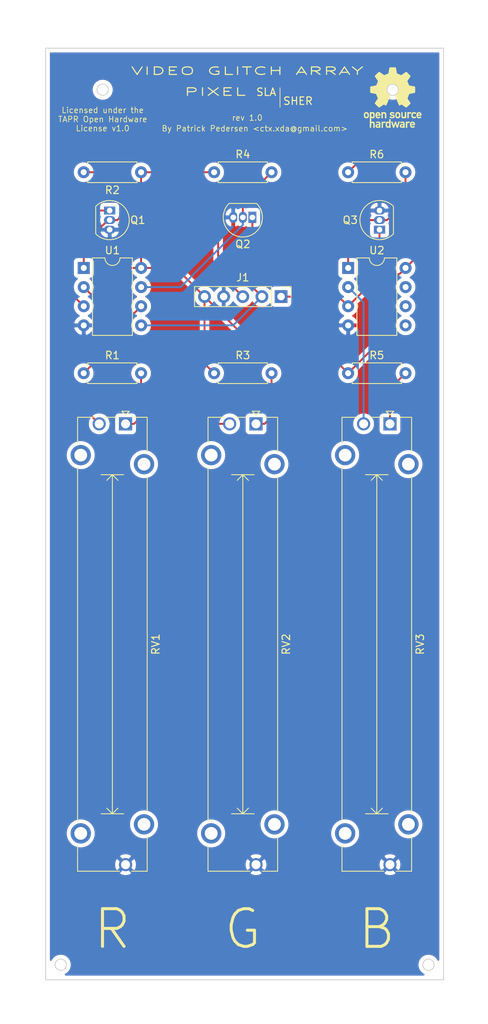
<source format=kicad_pcb>
(kicad_pcb (version 20171130) (host pcbnew "(5.1.4)-1")
  (title_block (date 2019-08-30) (rev 1.0) (comment 2 https://www.tapr.org/ohl.html) (comment 3 "License: TAPR Open Hardware License v1.0") (comment 4 "Author: Patrick Pedersen <ctx.xda@gmail.com>"))
  (layers (0 F.Cu signal) (31 B.Cu signal) (34 B.Paste user) (35 F.Paste user) (36 B.SilkS user) (37 F.SilkS user) (38 B.Mask user) (39 F.Mask user) (44 Edge.Cuts user))
  (net 0 "")
  (net 1 /VGA_R_IN)
  (net 2 /VGA_G_IN)
  (net 3 /VGA_B_IN)
  (net 4 GND)
  (net 5 /VGA_5V_VCC_IN)
  (net 6 "Net-(Q1-Pad2)")
  (net 7 "Net-(Q2-Pad2)")
  (net 8 "Net-(Q3-Pad2)")
  (net 9 "Net-(R1-Pad2)")
  (net 10 "Net-(R3-Pad2)")
  (net 11 "Net-(R5-Pad2)")
  (net 12 "Net-(RV1-Pad2)")
  (net 13 "Net-(RV2-Pad2)")
  (net 14 "Net-(RV3-Pad2)")
  (module Symbol:OSHW-Logo_7.5x8mm_SilkScreen (layer F.Cu) (at 149.900296 39.616409)
    (fp_text reference REF** hide)
    (fp_text value OSHW-Logo_7.5x8mm_SilkScreen hide)
  )
  (module Connector_PinHeader_2.54mm:PinHeader_1x05_P2.54mm_Vertical (layer F.Cu) (at 135.095 66.03 270)
    (fp_text reference J1 (at -2.53 5.075 180) (layer F.SilkS))
    (fp_text value "VGA Input")
    (pad 1 thru_hole rect (at 0 0 270) (size 1.7 1.7) (drill 1) (layers *.Cu *.Mask) (net 1 /VGA_R_IN))
    (pad 2 thru_hole oval (at 0 2.54 270) (size 1.7 1.7) (drill 1) (layers *.Cu *.Mask) (net 2 /VGA_G_IN))
    (pad 3 thru_hole oval (at 0 5.08 270) (size 1.7 1.7) (drill 1) (layers *.Cu *.Mask) (net 3 /VGA_B_IN))
    (pad 4 thru_hole oval (at 0 7.62 270) (size 1.7 1.7) (drill 1) (layers *.Cu *.Mask) (net 4 GND))
    (pad 5 thru_hole oval (at 0 10.16 270) (size 1.7 1.7) (drill 1) (layers *.Cu *.Mask) (net 5 /VGA_5V_VCC_IN))
  )
  (module Package_TO_SOT_THT:TO-92_Inline (layer F.Cu) (at 112.345001 54.61 270)
    (fp_text reference Q1 (at 1.27 -3.732999 180) (layer F.SilkS))
    (fp_text value BC337)
    (pad 2 thru_hole oval (at 1.27 0 270) (size 1.05 1.5) (drill 0.75) (layers *.Cu *.Mask) (net 6 "Net-(Q1-Pad2)"))
    (pad 3 thru_hole oval (at 2.54 0 270) (size 1.05 1.5) (drill 0.75) (layers *.Cu *.Mask) (net 4 GND))
    (pad 1 thru_hole rect (at 0 0 270) (size 1.05 1.5) (drill 0.75) (layers *.Cu *.Mask) (net 3 /VGA_B_IN))
  )
  (module Package_TO_SOT_THT:TO-92_Inline (layer F.Cu) (at 131.29 55.52 180)
    (fp_text reference Q2 (at 1.27 -3.56) (layer F.SilkS))
    (fp_text value BC337)
    (pad 1 thru_hole rect (at 0 0 180) (size 1.05 1.5) (drill 0.75) (layers *.Cu *.Mask) (net 2 /VGA_G_IN))
    (pad 3 thru_hole oval (at 2.54 0 180) (size 1.05 1.5) (drill 0.75) (layers *.Cu *.Mask) (net 4 GND))
    (pad 2 thru_hole oval (at 1.27 0 180) (size 1.05 1.5) (drill 0.75) (layers *.Cu *.Mask) (net 7 "Net-(Q2-Pad2)"))
  )
  (module Package_TO_SOT_THT:TO-92_Inline (layer F.Cu) (at 148.16 57.15 90)
    (fp_text reference Q3 (at 1.27 -3.888 180) (layer F.SilkS))
    (fp_text value BC337)
    (pad 2 thru_hole oval (at 1.27 0 90) (size 1.05 1.5) (drill 0.75) (layers *.Cu *.Mask) (net 8 "Net-(Q3-Pad2)"))
    (pad 3 thru_hole oval (at 2.54 0 90) (size 1.05 1.5) (drill 0.75) (layers *.Cu *.Mask) (net 4 GND))
    (pad 1 thru_hole rect (at 0 0 90) (size 1.05 1.5) (drill 0.75) (layers *.Cu *.Mask) (net 1 /VGA_R_IN))
  )
  (module Resistor_THT:R_Axial_DIN0207_L6.3mm_D2.5mm_P7.62mm_Horizontal (layer F.Cu) (at 108.895001 76.2)
    (fp_text reference R1 (at 3.81 -2.37) (layer F.SilkS))
    (fp_text value 40k)
    (pad 2 thru_hole oval (at 7.62 0) (size 1.6 1.6) (drill 0.8) (layers *.Cu *.Mask) (net 9 "Net-(R1-Pad2)"))
    (pad 1 thru_hole circle (at 0 0) (size 1.6 1.6) (drill 0.8) (layers *.Cu *.Mask) (net 5 /VGA_5V_VCC_IN))
  )
  (module Resistor_THT:R_Axial_DIN0207_L6.3mm_D2.5mm_P7.62mm_Horizontal (layer F.Cu) (at 116.515001 49.53 180)
    (fp_text reference R2 (at 3.81 -2.37) (layer F.SilkS))
    (fp_text value 3.3k)
    (pad 1 thru_hole circle (at 0 0 180) (size 1.6 1.6) (drill 0.8) (layers *.Cu *.Mask) (net 5 /VGA_5V_VCC_IN))
    (pad 2 thru_hole oval (at 7.62 0 180) (size 1.6 1.6) (drill 0.8) (layers *.Cu *.Mask) (net 6 "Net-(Q1-Pad2)"))
  )
  (module Resistor_THT:R_Axial_DIN0207_L6.3mm_D2.5mm_P7.62mm_Horizontal (layer F.Cu) (at 126.21 76.2)
    (fp_text reference R3 (at 3.81 -2.37) (layer F.SilkS))
    (fp_text value 40k)
    (pad 1 thru_hole circle (at 0 0) (size 1.6 1.6) (drill 0.8) (layers *.Cu *.Mask) (net 5 /VGA_5V_VCC_IN))
    (pad 2 thru_hole oval (at 7.62 0) (size 1.6 1.6) (drill 0.8) (layers *.Cu *.Mask) (net 10 "Net-(R3-Pad2)"))
  )
  (module Resistor_THT:R_Axial_DIN0207_L6.3mm_D2.5mm_P7.62mm_Horizontal (layer F.Cu) (at 126.21 49.53)
    (fp_text reference R4 (at 3.81 -2.37) (layer F.SilkS))
    (fp_text value 3.3k)
    (pad 2 thru_hole oval (at 7.62 0) (size 1.6 1.6) (drill 0.8) (layers *.Cu *.Mask) (net 7 "Net-(Q2-Pad2)"))
    (pad 1 thru_hole circle (at 0 0) (size 1.6 1.6) (drill 0.8) (layers *.Cu *.Mask) (net 5 /VGA_5V_VCC_IN))
  )
  (module Resistor_THT:R_Axial_DIN0207_L6.3mm_D2.5mm_P7.62mm_Horizontal (layer F.Cu) (at 143.99 76.2)
    (fp_text reference R5 (at 3.81 -2.37) (layer F.SilkS))
    (fp_text value 40k)
    (pad 1 thru_hole circle (at 0 0) (size 1.6 1.6) (drill 0.8) (layers *.Cu *.Mask) (net 5 /VGA_5V_VCC_IN))
    (pad 2 thru_hole oval (at 7.62 0) (size 1.6 1.6) (drill 0.8) (layers *.Cu *.Mask) (net 11 "Net-(R5-Pad2)"))
  )
  (module Resistor_THT:R_Axial_DIN0207_L6.3mm_D2.5mm_P7.62mm_Horizontal (layer F.Cu) (at 143.99 49.53)
    (fp_text reference R6 (at 3.81 -2.37) (layer F.SilkS))
    (fp_text value 3.3k)
    (pad 1 thru_hole circle (at 0 0) (size 1.6 1.6) (drill 0.8) (layers *.Cu *.Mask) (net 5 /VGA_5V_VCC_IN))
    (pad 2 thru_hole oval (at 7.62 0) (size 1.6 1.6) (drill 0.8) (layers *.Cu *.Mask) (net 8 "Net-(Q3-Pad2)"))
  )
  (module Potentiometer_THT:Potentiometer_Bourns_PTA4543_Single_Slide (layer F.Cu) (at 114.455001 82.92 270)
    (fp_text reference RV1 (at 29.25 -4 90) (layer F.SilkS))
    (fp_text value "F4505N 10k")
    (pad MP thru_hole circle (at 54.35 5.95 270) (size 2.7 2.7) (drill 1.7) (layers *.Cu *.Mask))
    (pad MP thru_hole circle (at 4.15 5.95 270) (size 2.7 2.7) (drill 1.7) (layers *.Cu *.Mask))
    (pad MP thru_hole circle (at 53.15 -2.45 270) (size 2.7 2.7) (drill 1.7) (layers *.Cu *.Mask))
    (pad MP thru_hole circle (at 5.35 -2.45 270) (size 2.7 2.7) (drill 1.7) (layers *.Cu *.Mask))
    (pad 3 thru_hole circle (at 58.5 0 270) (size 1.75 1.75) (drill 1.2) (layers *.Cu *.Mask) (net 4 GND))
    (pad 2 thru_hole circle (at 0 3.5 270) (size 1.75 1.75) (drill 1.2) (layers *.Cu *.Mask) (net 12 "Net-(RV1-Pad2)"))
    (pad 1 thru_hole rect (at 0 0 270) (size 1.75 1.75) (drill 1.2) (layers *.Cu *.Mask) (net 9 "Net-(R1-Pad2)"))
  )
  (module Potentiometer_THT:Potentiometer_Bourns_PTA4543_Single_Slide (layer F.Cu) (at 131.77 82.92 270)
    (fp_text reference RV2 (at 29.25 -4 90) (layer F.SilkS))
    (fp_text value "F4505N 10k")
    (pad MP thru_hole circle (at 54.35 5.95 270) (size 2.7 2.7) (drill 1.7) (layers *.Cu *.Mask))
    (pad MP thru_hole circle (at 4.15 5.95 270) (size 2.7 2.7) (drill 1.7) (layers *.Cu *.Mask))
    (pad MP thru_hole circle (at 53.15 -2.45 270) (size 2.7 2.7) (drill 1.7) (layers *.Cu *.Mask))
    (pad MP thru_hole circle (at 5.35 -2.45 270) (size 2.7 2.7) (drill 1.7) (layers *.Cu *.Mask))
    (pad 3 thru_hole circle (at 58.5 0 270) (size 1.75 1.75) (drill 1.2) (layers *.Cu *.Mask) (net 4 GND))
    (pad 2 thru_hole circle (at 0 3.5 270) (size 1.75 1.75) (drill 1.2) (layers *.Cu *.Mask) (net 13 "Net-(RV2-Pad2)"))
    (pad 1 thru_hole rect (at 0 0 270) (size 1.75 1.75) (drill 1.2) (layers *.Cu *.Mask) (net 10 "Net-(R3-Pad2)"))
  )
  (module Potentiometer_THT:Potentiometer_Bourns_PTA4543_Single_Slide (layer F.Cu) (at 149.55 82.92 270)
    (fp_text reference RV3 (at 29.25 -4 90) (layer F.SilkS))
    (fp_text value "F4505N 10k")
    (pad 1 thru_hole rect (at 0 0 270) (size 1.75 1.75) (drill 1.2) (layers *.Cu *.Mask) (net 11 "Net-(R5-Pad2)"))
    (pad 2 thru_hole circle (at 0 3.5 270) (size 1.75 1.75) (drill 1.2) (layers *.Cu *.Mask) (net 14 "Net-(RV3-Pad2)"))
    (pad 3 thru_hole circle (at 58.5 0 270) (size 1.75 1.75) (drill 1.2) (layers *.Cu *.Mask) (net 4 GND))
    (pad MP thru_hole circle (at 5.35 -2.45 270) (size 2.7 2.7) (drill 1.7) (layers *.Cu *.Mask))
    (pad MP thru_hole circle (at 53.15 -2.45 270) (size 2.7 2.7) (drill 1.7) (layers *.Cu *.Mask))
    (pad MP thru_hole circle (at 4.15 5.95 270) (size 2.7 2.7) (drill 1.7) (layers *.Cu *.Mask))
    (pad MP thru_hole circle (at 54.35 5.95 270) (size 2.7 2.7) (drill 1.7) (layers *.Cu *.Mask))
  )
  (module Package_DIP:DIP-8_W7.62mm (layer F.Cu) (at 108.905001 62.23)
    (fp_text reference U1 (at 3.81 -2.33) (layer F.SilkS))
    (fp_text value LM393)
    (pad 8 thru_hole oval (at 7.62 0) (size 1.6 1.6) (drill 0.8) (layers *.Cu *.Mask) (net 5 /VGA_5V_VCC_IN))
    (pad 4 thru_hole oval (at 0 7.62) (size 1.6 1.6) (drill 0.8) (layers *.Cu *.Mask) (net 4 GND))
    (pad 7 thru_hole oval (at 7.62 2.54) (size 1.6 1.6) (drill 0.8) (layers *.Cu *.Mask) (net 7 "Net-(Q2-Pad2)"))
    (pad 3 thru_hole oval (at 0 5.08) (size 1.6 1.6) (drill 0.8) (layers *.Cu *.Mask) (net 3 /VGA_B_IN))
    (pad 6 thru_hole oval (at 7.62 5.08) (size 1.6 1.6) (drill 0.8) (layers *.Cu *.Mask) (net 13 "Net-(RV2-Pad2)"))
    (pad 2 thru_hole oval (at 0 2.54) (size 1.6 1.6) (drill 0.8) (layers *.Cu *.Mask) (net 12 "Net-(RV1-Pad2)"))
    (pad 5 thru_hole oval (at 7.62 7.62) (size 1.6 1.6) (drill 0.8) (layers *.Cu *.Mask) (net 2 /VGA_G_IN))
    (pad 1 thru_hole rect (at 0 0) (size 1.6 1.6) (drill 0.8) (layers *.Cu *.Mask) (net 6 "Net-(Q1-Pad2)"))
  )
  (module Package_DIP:DIP-8_W7.62mm (layer F.Cu) (at 144 62.23)
    (fp_text reference U2 (at 3.81 -2.33) (layer F.SilkS))
    (fp_text value LM393)
    (pad 8 thru_hole oval (at 7.62 0) (size 1.6 1.6) (drill 0.8) (layers *.Cu *.Mask) (net 5 /VGA_5V_VCC_IN))
    (pad 4 thru_hole oval (at 0 7.62) (size 1.6 1.6) (drill 0.8) (layers *.Cu *.Mask) (net 4 GND))
    (pad 7 thru_hole oval (at 7.62 2.54) (size 1.6 1.6) (drill 0.8) (layers *.Cu *.Mask))
    (pad 3 thru_hole oval (at 0 5.08) (size 1.6 1.6) (drill 0.8) (layers *.Cu *.Mask) (net 1 /VGA_R_IN))
    (pad 6 thru_hole oval (at 7.62 5.08) (size 1.6 1.6) (drill 0.8) (layers *.Cu *.Mask))
    (pad 2 thru_hole oval (at 0 2.54) (size 1.6 1.6) (drill 0.8) (layers *.Cu *.Mask) (net 14 "Net-(RV3-Pad2)"))
    (pad 5 thru_hole oval (at 7.62 7.62) (size 1.6 1.6) (drill 0.8) (layers *.Cu *.Mask))
    (pad 1 thru_hole rect (at 0 0) (size 1.6 1.6) (drill 0.8) (layers *.Cu *.Mask) (net 8 "Net-(Q3-Pad2)"))
  )
  (gr_text "Licensed under the\nTAPR Open Hardware\nLicense v1.0" (at 111.42 42.49856) (layer F.SilkS) (effects (font (size 0.75 0.75) (thickness 0.1))))
  (gr_circle (center 154.66 154.705) (end 155.41 154.705) (layer Edge.Cuts) (width 0.12))
  (gr_circle (center 105.85 154.705) (end 106.6 154.705) (layer Edge.Cuts) (width 0.12))
  (gr_circle (center 111.42 38.5826) (end 112.17 38.5826) (layer Edge.Cuts) (width 0.12))
  (gr_circle (center 149.9108 38.5826) (end 150.6608 38.5826) (layer Edge.Cuts) (width 0.12))
  (gr_text "rev 1.0" (at 130.6068 42.30116) (layer F.SilkS) (effects (font (size 0.75 0.75) (thickness 0.1))))
  (gr_text "By Patrick Pedersen <ctx.xda@gmail.com>" (at 131.60248 43.72356) (layer F.SilkS) (effects (font (size 0.75 0.75) (thickness 0.1))))
  (gr_text PIXEL (at 126.333467 38.862) (layer F.SilkS) (effects (font (size 1 2))))
  (gr_line (start 134.9554 38.32606) (end 134.9554 40.91686) (layer F.SilkS) (width 0.1))
  (gr_text SHER (at 137.34278 40.074361) (layer F.SilkS) (effects (font (size 1 1))))
  (gr_text SLA (at 133.120877 38.888559) (layer F.SilkS) (effects (font (size 1 1))))
  (gr_text "VIDEO GLITCH ARRAY" (at 130.6068 36.0934) (layer F.SilkS) (effects (font (size 1 2))))
  (gr_text B (at 147.8 149.970001) (layer F.SilkS) (effects (font (size 5 5) (thickness 0.4))))
  (gr_text G (at 130.02 149.970001) (layer F.SilkS) (effects (font (size 5 5) (thickness 0.4))))
  (gr_text R (at 112.705001 149.970001) (layer F.SilkS) (effects (font (size 5 5) (thickness 0.4))))
  (gr_line (start 156.66 33.065) (end 103.85 33.065) (layer Edge.Cuts) (width 0.12))
  (gr_line (start 156.66 156.705) (end 103.85 156.705) (layer Edge.Cuts) (width 0.12))
  (gr_line (start 156.66 33.065) (end 156.66 156.705) (layer Edge.Cuts) (width 0.12))
  (gr_line (start 103.85 33.065) (end 103.85 156.705) (layer Edge.Cuts) (width 0.12))
  (segment (start 148.16 63.15) (end 144 67.31) (width 0.25) (layer F.Cu) (net 1))
  (segment (start 148.16 57.15) (end 148.16 63.15) (width 0.25) (layer F.Cu) (net 1))
  (segment (start 142.72 66.03) (end 144 67.31) (width 0.25) (layer F.Cu) (net 1))
  (segment (start 135.095 66.03) (end 142.72 66.03) (width 0.25) (layer F.Cu) (net 1))
  (segment (start 131.29 64.765) (end 132.555 66.03) (width 0.25) (layer F.Cu) (net 2))
  (segment (start 131.29 55.52) (end 131.29 64.765) (width 0.25) (layer F.Cu) (net 2))
  (segment (start 128.735 69.85) (end 116.525001 69.85) (width 0.25) (layer B.Cu) (net 2))
  (segment (start 132.555 66.03) (end 128.735 69.85) (width 0.25) (layer B.Cu) (net 2))
  (segment (start 107.823 54.61) (end 112.345001 54.61) (width 0.25) (layer F.Cu) (net 3))
  (segment (start 106.172 52.959) (end 107.823 54.61) (width 0.25) (layer F.Cu) (net 3))
  (segment (start 107.823 46.101) (end 106.172 47.752) (width 0.25) (layer F.Cu) (net 3))
  (segment (start 126.746 62.761) (end 126.746 53.467) (width 0.25) (layer F.Cu) (net 3))
  (segment (start 130.015 66.03) (end 126.746 62.761) (width 0.25) (layer F.Cu) (net 3))
  (segment (start 126.746 53.467) (end 129.286 50.927) (width 0.25) (layer F.Cu) (net 3))
  (segment (start 106.172 47.752) (end 106.172 52.959) (width 0.25) (layer F.Cu) (net 3))
  (segment (start 129.286 50.927) (end 129.286 47.879) (width 0.25) (layer F.Cu) (net 3))
  (segment (start 129.286 47.879) (end 127.508 46.101) (width 0.25) (layer F.Cu) (net 3))
  (segment (start 127.508 46.101) (end 107.823 46.101) (width 0.25) (layer F.Cu) (net 3))
  (segment (start 107.823 54.61) (end 106.172 56.261) (width 0.25) (layer F.Cu) (net 3))
  (segment (start 106.172 64.576999) (end 108.905001 67.31) (width 0.25) (layer F.Cu) (net 3))
  (segment (start 106.172 56.261) (end 106.172 64.576999) (width 0.25) (layer F.Cu) (net 3))
  (segment (start 121.135 62.23) (end 124.935 66.03) (width 0.25) (layer F.Cu) (net 5))
  (segment (start 116.525001 62.23) (end 121.135 62.23) (width 0.25) (layer F.Cu) (net 5))
  (segment (start 126.21 49.53) (end 116.515001 49.53) (width 0.25) (layer F.Cu) (net 5))
  (segment (start 116.515001 62.22) (end 116.525001 62.23) (width 0.25) (layer F.Cu) (net 5))
  (segment (start 116.515001 49.53) (end 116.515001 62.22) (width 0.25) (layer F.Cu) (net 5))
  (segment (start 124.935 74.925) (end 126.21 76.2) (width 0.25) (layer F.Cu) (net 5))
  (segment (start 124.935 66.03) (end 124.935 74.925) (width 0.25) (layer F.Cu) (net 5))
  (segment (start 112.522 72.573001) (end 108.895001 76.2) (width 0.25) (layer F.Cu) (net 5))
  (segment (start 112.522 63.881) (end 112.522 72.573001) (width 0.25) (layer F.Cu) (net 5))
  (segment (start 116.525001 62.23) (end 114.173 62.23) (width 0.25) (layer F.Cu) (net 5))
  (segment (start 114.173 62.23) (end 112.522 63.881) (width 0.25) (layer F.Cu) (net 5))
  (segment (start 124.935 66.03) (end 130.279 71.374) (width 0.25) (layer F.Cu) (net 5))
  (segment (start 139.164 71.374) (end 143.99 76.2) (width 0.25) (layer F.Cu) (net 5))
  (segment (start 130.279 71.374) (end 139.164 71.374) (width 0.25) (layer F.Cu) (net 5))
  (segment (start 150.820001 63.029999) (end 150.711001 63.029999) (width 0.25) (layer F.Cu) (net 5))
  (segment (start 151.62 62.23) (end 150.820001 63.029999) (width 0.25) (layer F.Cu) (net 5))
  (segment (start 150.711001 63.029999) (end 147.701 66.04) (width 0.25) (layer F.Cu) (net 5))
  (segment (start 147.701 72.489) (end 143.99 76.2) (width 0.25) (layer F.Cu) (net 5))
  (segment (start 147.701 66.04) (end 147.701 72.489) (width 0.25) (layer F.Cu) (net 5))
  (segment (start 146.911 46.609) (end 143.99 49.53) (width 0.25) (layer F.Cu) (net 5))
  (segment (start 152.908 46.609) (end 146.911 46.609) (width 0.25) (layer F.Cu) (net 5))
  (segment (start 154.686 48.387) (end 152.908 46.609) (width 0.25) (layer F.Cu) (net 5))
  (segment (start 151.62 62.23) (end 154.686 59.164) (width 0.25) (layer F.Cu) (net 5))
  (segment (start 154.686 59.164) (end 154.686 48.387) (width 0.25) (layer F.Cu) (net 5))
  (segment (start 113.345001 55.88) (end 112.345001 55.88) (width 0.25) (layer F.Cu) (net 6))
  (segment (start 114.935 54.290001) (end 113.345001 55.88) (width 0.25) (layer F.Cu) (net 6))
  (segment (start 114.935 52.07) (end 114.935 54.290001) (width 0.25) (layer F.Cu) (net 6))
  (segment (start 112.395 49.53) (end 114.935 52.07) (width 0.25) (layer F.Cu) (net 6))
  (segment (start 108.895001 49.53) (end 112.395 49.53) (width 0.25) (layer F.Cu) (net 6))
  (segment (start 112.120001 55.88) (end 112.345001 55.88) (width 0.25) (layer F.Cu) (net 6))
  (segment (start 108.905001 59.095) (end 112.120001 55.88) (width 0.25) (layer F.Cu) (net 6))
  (segment (start 108.905001 62.23) (end 108.905001 59.095) (width 0.25) (layer F.Cu) (net 6))
  (segment (start 130.02 53.34) (end 133.83 49.53) (width 0.25) (layer F.Cu) (net 7))
  (segment (start 130.02 55.52) (end 130.02 53.34) (width 0.25) (layer F.Cu) (net 7))
  (segment (start 117.656371 64.77) (end 116.525001 64.77) (width 0.25) (layer B.Cu) (net 7))
  (segment (start 121.77 64.77) (end 117.656371 64.77) (width 0.25) (layer B.Cu) (net 7))
  (segment (start 130.02 56.52) (end 121.77 64.77) (width 0.25) (layer B.Cu) (net 7))
  (segment (start 130.02 55.52) (end 130.02 56.52) (width 0.25) (layer B.Cu) (net 7))
  (segment (start 151.61 50.66137) (end 151.61 49.53) (width 0.25) (layer F.Cu) (net 8))
  (segment (start 151.61 53.43) (end 151.61 50.66137) (width 0.25) (layer F.Cu) (net 8))
  (segment (start 149.16 55.88) (end 151.61 53.43) (width 0.25) (layer F.Cu) (net 8))
  (segment (start 148.16 55.88) (end 149.16 55.88) (width 0.25) (layer F.Cu) (net 8))
  (segment (start 147.16 55.88) (end 148.16 55.88) (width 0.25) (layer F.Cu) (net 8))
  (segment (start 145.462905 55.88) (end 147.16 55.88) (width 0.25) (layer F.Cu) (net 8))
  (segment (start 144 57.342905) (end 145.462905 55.88) (width 0.25) (layer F.Cu) (net 8))
  (segment (start 144 62.23) (end 144 57.342905) (width 0.25) (layer F.Cu) (net 8))
  (segment (start 115.580001 82.92) (end 114.455001 82.92) (width 0.25) (layer F.Cu) (net 9))
  (segment (start 116.515001 81.985) (end 115.580001 82.92) (width 0.25) (layer F.Cu) (net 9))
  (segment (start 116.515001 76.2) (end 116.515001 81.985) (width 0.25) (layer F.Cu) (net 9))
  (segment (start 132.895 82.92) (end 131.77 82.92) (width 0.25) (layer F.Cu) (net 10))
  (segment (start 133.83 81.985) (end 132.895 82.92) (width 0.25) (layer F.Cu) (net 10))
  (segment (start 133.83 76.2) (end 133.83 81.985) (width 0.25) (layer F.Cu) (net 10))
  (segment (start 149.55 78.26) (end 151.61 76.2) (width 0.25) (layer F.Cu) (net 11))
  (segment (start 149.55 82.92) (end 149.55 78.26) (width 0.25) (layer F.Cu) (net 11))
  (segment (start 108.905001 64.77) (end 111.252 67.116999) (width 0.25) (layer F.Cu) (net 12))
  (segment (start 111.252 67.116999) (end 111.252 70.993) (width 0.25) (layer F.Cu) (net 12))
  (segment (start 111.252 70.993) (end 106.68 75.565) (width 0.25) (layer F.Cu) (net 12))
  (segment (start 106.68 78.644999) (end 110.955001 82.92) (width 0.25) (layer F.Cu) (net 12))
  (segment (start 106.68 75.565) (end 106.68 78.644999) (width 0.25) (layer F.Cu) (net 12))
  (segment (start 126.481 82.92) (end 114.554 70.993) (width 0.25) (layer F.Cu) (net 13))
  (segment (start 128.27 82.92) (end 126.481 82.92) (width 0.25) (layer F.Cu) (net 13))
  (segment (start 114.554 69.281001) (end 116.525001 67.31) (width 0.25) (layer F.Cu) (net 13))
  (segment (start 114.554 70.993) (end 114.554 69.281001) (width 0.25) (layer F.Cu) (net 13))
  (segment (start 146.05 66.82) (end 144 64.77) (width 0.25) (layer B.Cu) (net 14))
  (segment (start 146.05 82.92) (end 146.05 66.82) (width 0.25) (layer B.Cu) (net 14))
  (zone (net 4) (net_name GND) (layer F.Cu) (connect_pads (clearance 0.508)) (min_thickness 0.254) (fill yes (arc_segments 32) (thermal_gap 0.508) (thermal_bridge_width 0.508))
    (polygon (pts (xy 160.02 160.02) (xy 160.02 29.21) (xy 100.33 29.21) (xy 100.33 160.02)))
  )
  (zone (net 4) (net_name GND) (layer B.Cu) (connect_pads (clearance 0.508)) (min_thickness 0.254) (fill yes (arc_segments 32) (thermal_gap 0.508) (thermal_bridge_width 0.508))
    (polygon (pts (xy 97.79 26.67) (xy 97.79 162.56) (xy 162.56 162.56) (xy 162.56 26.67)))
  )
)
</source>
